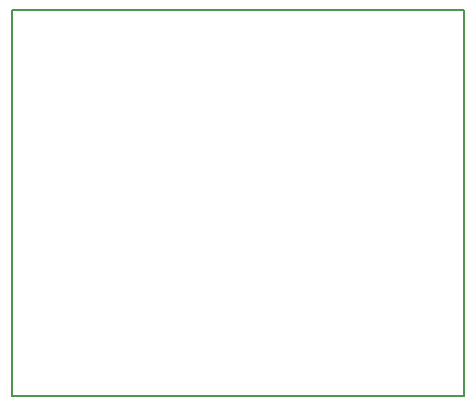
<source format=gbr>
G04 DipTrace 2.4.0.2*
%INBoardOutline.gbr*%
%MOIN*%
%ADD11C,0.0055*%
%FSLAX44Y44*%
G04*
G70*
G90*
G75*
G01*
%LNBoardOutline*%
%LPD*%
X3937Y16812D2*
D11*
X19000D1*
Y3937D1*
X3937D1*
Y16812D1*
M02*

</source>
